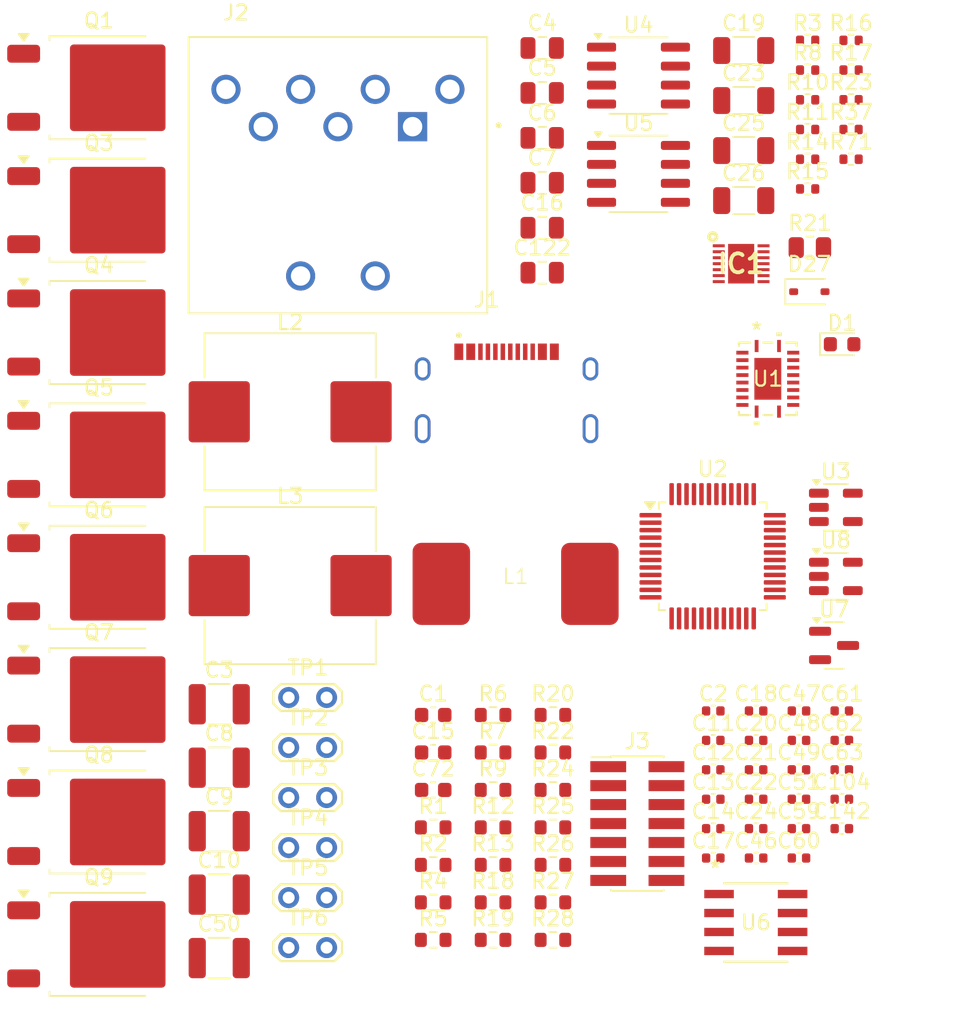
<source format=kicad_pcb>
(kicad_pcb
	(version 20241229)
	(generator "pcbnew")
	(generator_version "9.0")
	(general
		(thickness 1.6)
		(legacy_teardrops no)
	)
	(paper "A4")
	(layers
		(0 "F.Cu" signal)
		(2 "B.Cu" signal)
		(9 "F.Adhes" user "F.Adhesive")
		(11 "B.Adhes" user "B.Adhesive")
		(13 "F.Paste" user)
		(15 "B.Paste" user)
		(5 "F.SilkS" user "F.Silkscreen")
		(7 "B.SilkS" user "B.Silkscreen")
		(1 "F.Mask" user)
		(3 "B.Mask" user)
		(17 "Dwgs.User" user "User.Drawings")
		(19 "Cmts.User" user "User.Comments")
		(21 "Eco1.User" user "User.Eco1")
		(23 "Eco2.User" user "User.Eco2")
		(25 "Edge.Cuts" user)
		(27 "Margin" user)
		(31 "F.CrtYd" user "F.Courtyard")
		(29 "B.CrtYd" user "B.Courtyard")
		(35 "F.Fab" user)
		(33 "B.Fab" user)
		(39 "User.1" user)
		(41 "User.2" user)
		(43 "User.3" user)
		(45 "User.4" user)
	)
	(setup
		(pad_to_mask_clearance 0)
		(allow_soldermask_bridges_in_footprints no)
		(tenting front back)
		(pcbplotparams
			(layerselection 0x00000000_00000000_55555555_5755f5ff)
			(plot_on_all_layers_selection 0x00000000_00000000_00000000_00000000)
			(disableapertmacros no)
			(usegerberextensions no)
			(usegerberattributes yes)
			(usegerberadvancedattributes yes)
			(creategerberjobfile yes)
			(dashed_line_dash_ratio 12.000000)
			(dashed_line_gap_ratio 3.000000)
			(svgprecision 4)
			(plotframeref no)
			(mode 1)
			(useauxorigin no)
			(hpglpennumber 1)
			(hpglpenspeed 20)
			(hpglpendiameter 15.000000)
			(pdf_front_fp_property_popups yes)
			(pdf_back_fp_property_popups yes)
			(pdf_metadata yes)
			(pdf_single_document no)
			(dxfpolygonmode yes)
			(dxfimperialunits yes)
			(dxfusepcbnewfont yes)
			(psnegative no)
			(psa4output no)
			(plot_black_and_white yes)
			(sketchpadsonfab no)
			(plotpadnumbers no)
			(hidednponfab no)
			(sketchdnponfab yes)
			(crossoutdnponfab yes)
			(subtractmaskfromsilk no)
			(outputformat 1)
			(mirror no)
			(drillshape 1)
			(scaleselection 1)
			(outputdirectory "")
		)
	)
	(net 0 "")
	(net 1 "GND")
	(net 2 "V_USB")
	(net 3 "3V3")
	(net 4 "15V")
	(net 5 "5V")
	(net 6 "SW")
	(net 7 "Net-(U1-BST)")
	(net 8 "Net-(U1-EN{slash}UVLO)")
	(net 9 "Net-(U1-ILIM)")
	(net 10 "Net-(U1-FB)")
	(net 11 "Net-(C15-Pad2)")
	(net 12 "Net-(C16-Pad2)")
	(net 13 "Net-(U1-COMP)")
	(net 14 "Net-(U1-RT)")
	(net 15 "Net-(U1-SS{slash}TRK)")
	(net 16 "9VAC2")
	(net 17 "9VAC1")
	(net 18 "V_REF = 2.048 | 2.5 | 2.9")
	(net 19 "9VAC_OUT2")
	(net 20 "9VAC_OUT1")
	(net 21 "3.3V")
	(net 22 "VDDA")
	(net 23 "LV_VCC")
	(net 24 "Net-(IC1-V5V)")
	(net 25 "Net-(D1-A)")
	(net 26 "Net-(IC1-VOUT)")
	(net 27 "Net-(IC1-VSEL)")
	(net 28 "unconnected-(IC1-FLIP-Pad6)")
	(net 29 "DN")
	(net 30 "Net-(IC1-PWR_EN)")
	(net 31 "Net-(IC1-LED)")
	(net 32 "Net-(IC1-VCC)")
	(net 33 "Net-(IC1-ISEL)")
	(net 34 "DP")
	(net 35 "CC1")
	(net 36 "CC2")
	(net 37 "unconnected-(J1-SBU1-PadA8)")
	(net 38 "unconnected-(J1-SBU2-PadB8)")
	(net 39 "NRST")
	(net 40 "JTDI")
	(net 41 "VCP_TX")
	(net 42 "unconnected-(J3-NC-Pad2)")
	(net 43 "JTMS")
	(net 44 "unconnected-(J3-NC-Pad1)")
	(net 45 "unconnected-(J3-JRCLK{slash}NC-Pad9)")
	(net 46 "VCP_RX")
	(net 47 "JTDO")
	(net 48 "JCLK")
	(net 49 "Net-(Q7-D)")
	(net 50 "Net-(Q5-D)")
	(net 51 "Net-(Q1-D)")
	(net 52 "Net-(Q1-G)")
	(net 53 "Net-(Q3-G)")
	(net 54 "Net-(Q4-G)")
	(net 55 "G3")
	(net 56 "Net-(Q6-S)")
	(net 57 "G4")
	(net 58 "G1")
	(net 59 "G2")
	(net 60 "Net-(U1-HO)")
	(net 61 "Net-(U1-LO)")
	(net 62 "Net-(U1-PGOOD)")
	(net 63 "Net-(U1-SYNCIN)")
	(net 64 "Net-(U3-+)")
	(net 65 "Net-(U3--)")
	(net 66 "1.225V")
	(net 67 "9VAC_ADC_COMP")
	(net 68 "PWM_G1")
	(net 69 "PWM_G2")
	(net 70 "PWM_G4")
	(net 71 "PWM_G3")
	(net 72 "unconnected-(U1-SYNCOUT-Pad7)")
	(net 73 "unconnected-(U1-NC-Pad9)")
	(net 74 "unconnected-(U1-NC-Pad16)")
	(net 75 "unconnected-(U2-PA1-Pad9)")
	(net 76 "unconnected-(U2-PB9-Pad46)")
	(net 77 "unconnected-(U2-PC15-Pad4)")
	(net 78 "unconnected-(U2-PB3-Pad40)")
	(net 79 "unconnected-(U2-PA11-Pad33)")
	(net 80 "unconnected-(U2-PA3-Pad11)")
	(net 81 "unconnected-(U2-PB4-Pad41)")
	(net 82 "unconnected-(U2-PA9-Pad31)")
	(net 83 "unconnected-(U2-PB6-Pad43)")
	(net 84 "unconnected-(U2-PB15-Pad29)")
	(net 85 "unconnected-(U2-PB12-Pad26)")
	(net 86 "unconnected-(U2-PB0-Pad16)")
	(net 87 "unconnected-(U2-PB2-Pad18)")
	(net 88 "unconnected-(U2-PB5-Pad42)")
	(net 89 "unconnected-(U2-PA13-Pad37)")
	(net 90 "unconnected-(U2-PA2-Pad10)")
	(net 91 "unconnected-(U2-PA7-Pad15)")
	(net 92 "unconnected-(U2-PF0-Pad5)")
	(net 93 "unconnected-(U2-PG10-Pad7)")
	(net 94 "unconnected-(U2-PB11-Pad25)")
	(net 95 "unconnected-(U2-PA0-Pad8)")
	(net 96 "unconnected-(U2-PA6-Pad14)")
	(net 97 "unconnected-(U2-PB14-Pad28)")
	(net 98 "unconnected-(U2-PC13-Pad2)")
	(net 99 "unconnected-(U2-PA10-Pad32)")
	(net 100 "unconnected-(U2-PA12-Pad34)")
	(net 101 "unconnected-(U2-PA8-Pad30)")
	(net 102 "unconnected-(U2-PB8-Pad45)")
	(net 103 "unconnected-(U2-PB7-Pad44)")
	(net 104 "unconnected-(U2-PA5-Pad13)")
	(net 105 "unconnected-(U2-PA14-Pad38)")
	(net 106 "unconnected-(U2-PA15-Pad39)")
	(net 107 "unconnected-(U2-PB13-Pad27)")
	(net 108 "unconnected-(U2-PB1-Pad17)")
	(net 109 "unconnected-(U2-PF1-Pad6)")
	(net 110 "unconnected-(U2-PB10-Pad22)")
	(net 111 "unconnected-(U2-PC14-Pad3)")
	(net 112 "unconnected-(U2-PA4-Pad12)")
	(net 113 "ENABLE_DRVA")
	(net 114 "ENABLE_DRVB")
	(net 115 "unconnected-(U6-NC-Pad4)")
	(net 116 "CURRENT_COMP_ADC")
	(net 117 "unconnected-(U7-NC-Pad3)")
	(net 118 "unconnected-(U8-NC-Pad4)")
	(footprint "Capacitor_SMD:C_0402_1005Metric" (layer "F.Cu") (at 107.89 93.17))
	(footprint "Capacitor_SMD:C_0805_2012Metric" (layer "F.Cu") (at 96.43 40.89))
	(footprint "Resistor_SMD:R_0603_1608Metric" (layer "F.Cu") (at 97.15 90.58))
	(footprint "Package_TO_SOT_SMD:TO-252-2" (layer "F.Cu") (at 66.74 68.14))
	(footprint "Package_TO_SOT_SMD:SOT-23-5" (layer "F.Cu") (at 116.1 71.655))
	(footprint "Capacitor_SMD:C_0805_2012Metric" (layer "F.Cu") (at 96.43 43.9))
	(footprint "LED_SMD:LED_0603_1608Metric" (layer "F.Cu") (at 116.52 60.73))
	(footprint "Capacitor_SMD:C_0402_1005Metric" (layer "F.Cu") (at 110.76 95.14))
	(footprint "ap33771c:SON40P300X300X80-15N-D" (layer "F.Cu") (at 109.757 55.337))
	(footprint "Package_TO_SOT_SMD:TO-252-2" (layer "F.Cu") (at 66.74 76.335))
	(footprint "Resistor_SMD:R_0603_1608Metric" (layer "F.Cu") (at 89.13 100.62))
	(footprint "Capacitor_SMD:C_0402_1005Metric" (layer "F.Cu") (at 107.89 85.29))
	(footprint "Resistor_SMD:R_0402_1005Metric" (layer "F.Cu") (at 114.21 40.38))
	(footprint "Resistor_SMD:R_0603_1608Metric" (layer "F.Cu") (at 93.14 88.07))
	(footprint "Capacitor_SMD:C_0402_1005Metric" (layer "F.Cu") (at 113.63 87.26))
	(footprint "Capacitor_SMD:C_1206_3216Metric" (layer "F.Cu") (at 109.93 47.76))
	(footprint "Resistor_SMD:R_0402_1005Metric" (layer "F.Cu") (at 117.12 40.38))
	(footprint "Resistor_SMD:R_0603_1608Metric" (layer "F.Cu") (at 89.13 93.09))
	(footprint "Resistor_SMD:R_0603_1608Metric" (layer "F.Cu") (at 97.15 98.11))
	(footprint "Capacitor_SMD:C_1210_3225Metric" (layer "F.Cu") (at 74.8 101.84))
	(footprint "Resistor_SMD:R_0603_1608Metric" (layer "F.Cu") (at 97.15 95.6))
	(footprint "Capacitor_SMD:C_0402_1005Metric" (layer "F.Cu") (at 116.5 87.26))
	(footprint "TestPoint:TestPoint_2Pads_Pitch2.54mm_Drill0.8mm" (layer "F.Cu") (at 79.45 87.74))
	(footprint "Resistor_SMD:R_0402_1005Metric" (layer "F.Cu") (at 117.12 42.37))
	(footprint "Resistor_SMD:R_0402_1005Metric" (layer "F.Cu") (at 114.21 50.33))
	(footprint "TestPoint:TestPoint_2Pads_Pitch2.54mm_Drill0.8mm" (layer "F.Cu") (at 79.45 94.44))
	(footprint "Resistor_SMD:R_0402_1005Metric" (layer "F.Cu") (at 114.21 42.37))
	(footprint "Package_SO:SOIC-8_3.9x4.9mm_P1.27mm" (layer "F.Cu") (at 102.88 49.32))
	(footprint "Capacitor_SMD:C_0402_1005Metric" (layer "F.Cu") (at 110.76 87.26))
	(footprint "Resistor_SMD:R_0402_1005Metric" (layer "F.Cu") (at 117.12 44.36))
	(footprint "TestPoint:TestPoint_2Pads_Pitch2.54mm_Drill0.8mm" (layer "F.Cu") (at 79.45 97.79))
	(footprint "Capacitor_SMD:C_1210_3225Metric" (layer "F.Cu") (at 74.8 97.59))
	(footprint "Package_QFP:LQFP-48_7x7mm_P0.5mm" (layer "F.Cu") (at 107.85 74.93))
	(footprint "Capacitor_SMD:C_0402_1005Metric" (layer "F.Cu") (at 107.89 95.14))
	(footprint "GSB1C4621DS1HR:AMPHENOL_GSB1C4621DS1HR"
		(layer "F.Cu")
		(uuid "5f2f0b99-bdb4-44f5-9350-d1ea18bc2d7f")
		(at 94.045 66.385)
		(property "Reference" "J1"
			(at -1.325 -8.635 0)
			(layer "F.SilkS")
			(uuid "b5af14c5-1193-45ab-a323-1aac73f94209")
			(effects
				(font
					(size 1 1)
					(thickness 0.15)
				)
			)
		)
		(property "Value" "GSB1C4621DS1HR"
			(at 10.105 -7.135 0)
			(layer "F.Fab")
			(uuid "1518563d-eaf7-47a2-a1b7-9075ea3ed33d")
			(effects
				(font
					(size 1 1)
					(thickness 0.15)
				)
			)
		)
		(property "Datasheet" "https://cdn.amphenol-cs.com/media/wysiwyg/files/drawing/gsb1c46x1ds1hr.pdf"
			(at 0 0 0)
			(layer "F.Fab")
			(hide yes)
			(uuid "0825efd7-8dc9-4d6b-aedd-1f5f6a354022")
			(effects
				(font
					(size 1.27 1.27)
					(thickness 0.15)
				)
			)
		)
		(property "Description" "USB-C (USB TYPE-C) USB 2.0 Receptacle Connector 24 (16+8 Dummy) Position Surface Mount, Right Angle"
			(at 0 0 0)
			(layer "F.Fab")
			(hide yes)
			(uuid "83a0bbaf-b038-4887-94f2-ef5cca59c205")
			(effects
				(font
					(size 1.27 1.27)
					(thickness 0.15)
				)
			)
		)
		(property "Manufacturer" "Amphenol"
			(at 0 0 0)
			(unlocked yes)
			(layer "F.Fab")
			(hide yes)
			(uuid "c51a8103-1e24-4818-a098-e067656d46df")
			(effects
				(font
					(size 1 1)
					(thickness 0.15)
				)
			)
		)
		(property "MPN" "GSB1C4621DS1HR"
			(at 0 0 0)
			(unlocked yes)
			(layer "F.Fab")
			(hide yes)
			(uuid "f7255af6-13f9-47e9-9bc1-57938bd37b36")
			(effects
				(font
					(size 1 1)
					(thickness 0.15)
				)
			)
		)
		(path "/035b2613-4483-404d-93e4-c15dcda1555f")
		(sheetname "/")
		(sheetfile "c64psu.kicad_sch")
		(attr smd)
		(fp_poly
			(pts
				(xy -2.85 -4.55) (xy -3.55 -4.55) (xy -3.55 -5.75) (xy -2.85 -5.75)
			)
			(stroke
				(width 0.01)
				(type solid)
			)
			(fill yes)
			(layer "F.Mask")
			(uuid "4bcbb872-f308-4d22-8751-47b6437d592a")
		)
		(fp_poly
			(pts
				(xy -2.05 -4.55) (xy -2.75 -4.55) (xy -2.75 -5.75) (xy -2.05 -5.75)
			)
			(stroke
				(width 0.01)
				(type solid)
			)
			(fill yes)
			(layer "F.Mask")
			(uuid "44895f93-8eda-4275-9047-0526b6bfbe14")
		)
		(fp_poly
			(pts
				(xy -1.95 -5.75) (xy -1.55 -5.75) (xy -1.55 -4.55) (xy -1.95 -4.55)
			)
			(stroke
				(width 0.01)
				(type solid)
			)
			(fill yes)
			(layer "F.Mask")
			(uuid "2d7e71ec-04ad-4e83-8598-ec06617e76cb")
		)
		(fp_poly
			(pts
				(xy -1.45 -5.75) (xy -1.05 -5.75) (xy -1.05 -4.55) (xy -1.45 -4.55)
			)
			(stroke
				(width 0.01)
				(type solid)
			)
			(fill yes)
			(layer "F.Mask")
			(uuid "c6dbcbd8-e0b9-4310-aa8f-f8af2c1e768c")
		)
		(fp_poly
			(pts
				(xy -0.95 -5.75) (xy -0.55 -5.75) (xy -0.55 -4.55) (xy -0.95 -4.55)
			)
			(stroke
				(width 0.01)
				(type solid)
			)
			(fill yes)
			(layer "F.Mask")
			(uuid "b22df73c-315b-4e9e-92ca-d2f1821015f4")
		)
		(fp_poly
			(pts
				(xy -0.45 -5.75) (xy -0.05 -5.75) (xy -0.05 -4.55) (xy -0.45 -4.55)
			)
			(stroke
				(width 0.01)
				(type solid)
			)
			(fill yes)
			(layer "F.Mask")
			(uuid "94639909-3cb2-40ea-865f-37c7574f8574")
		)
		(fp_poly
			(pts
				(xy 0.05 -5.75) (xy 0.45 -5.75) (xy 0.45 -4.55) (xy 0.05 -4.55)
			)
			(stroke
				(width 0.01)
				(type solid)
			)
			(fill yes)
			(layer "F.Mask")
			(uuid "567ddcb1-07bb-4189-b0c4-e1e508b24b05")
		)
		(fp_poly
			(pts
				(xy 0.55 -5.75) (xy 0.95 -5.75) (xy 0.95 -4.55) (xy 0.55 -4.55)
			)
			(stroke
				(width 0.01)
				(type solid)
			)
			(fill yes)
			(layer "F.Mask")
			(uuid "2cfaa5cd-34cb-48dd-ab2c-f23b116676fb")
		)
		(fp_poly
			(pts
				(xy 1.05 -5.75) (xy 1.45 -5.75) (xy 1.45 -4.55) (xy 1.05 -4.55)
			)
			(stroke
				(width 0.01)
				(type solid)
			)
			(fill yes)
			(layer "F.Mask")
			(uuid "0b9ec047-fd88-45bc-9fbe-ac4c4eb17fda")
		)
		(fp_poly
			(pts
				(xy 1.55 -5.75) (xy 1.95 -5.75) (xy 1.95 -4.55) (xy 1.55 -4.55)
			)
			(stroke
				(width 0.01)
				(type solid)
			)
			(fill yes)
			(layer "F.Mask")
			(uuid "cf3e2e88-9763-405b-b1e5-e84fc7a149f9")
		)
		(fp_poly
			(pts
				(xy 2.05 -5.75) (xy 2.75 -5.75) (xy 2.75 -4.55) (xy 2.05 -4.55)
			)
			(stroke
				(width 0.01)
				(type solid)
			)
			(fill yes)
			(layer "F.Mask")
			(uuid "ceaa9ebc-c94c-4523-b858-0d629ab8ce31")
		)
		(fp_poly
			(pts
				(xy 2.85 -5.75) (xy 3.55 -5.75) (xy 3.55 -4.55) (xy 2.85 -4.55)
			)
			(stroke
				(width 0.01)
				(type solid)
			)
			(fill yes)
			(layer "F.Mask")
			(uuid "1cb079fe-823f-4300-9da5-549ae4d13e25")
		)
		(fp_circle
			(center -3.2 -6.25)
			(end -3.1 -6.25)
			(stroke
				(width 0.2)
				(type solid)
			)
			(fill no)
			(layer "F.SilkS")
			(uuid "5cf84760-7c90-41cb-b130-8e21611ce219")
		)
		(fp_line
			(start -4.62 -4.6)
			(end -4.62 2.1)
			(stroke
				(width 0.01)
				(type solid)
			)
			(layer "Dwgs.User")
			(uuid "196415ab-6246-4b0f-8936-50d2ce16f121")
		)
		(fp_line
			(start -4.62 2.1)
			(end 4.62 2.1)
			(stroke
				(width 0.01)
				(type solid)
			)
			(layer "Dwgs.User")
			(uuid "4a5d4790-306b-4ca7-9a3e-0cbbe41e323d")
		)
		(fp_line
			(start 3.937 -4.6)
			(end -3.937 -4.6)
			(stroke
				(width 0.01)
				(type solid)
			)
			(layer "Dwgs.User")
			(uuid "257c4a8a-1c33-48d1-85ae-9963e5d062cd")
		)
		(fp_line
			(start 4.62 2.1)
			(end 4.62 -4.6)
			(stroke
				(width 0.01)
				(type solid)
			)
			(layer "Dwgs.User")
			(uuid "54e4f992-adcf-402c-981a-360584a3dc43")
		)
		(fp_arc
			(start -4.62 -4.6)
			(mid -4.434708 -4.841479)
			(end -4.1535 -4.725)
			(stroke
				(width 0.01)
				(type solid)
			)
			(layer "Dwgs.User")
			(uuid "5e544da2-87ea-4017-9195-1037b86c17fa")
		)
		(fp_arc
			(start -3.937 -4.6)
			(mid -4.061997 -4.633495)
			(end -4.1535 -4.725)
			(stroke
				(width 0.01)
				(type solid)
			)
			(layer "Dwgs.User")
			(uuid "230ad3db-b868-4a98-a6e6-7e6372ed896c")
		)
		(fp_arc
			(start 4.1535 -4.725)
			(mid 4.061997 -4.633495)
			(end 3.937 -4.6)
			(stroke
				(width 0.01)
				(type solid)
			)
			(layer "Dwgs.User")
			(uuid "550c8420-a6ec-41de-88cc-95919dba8856")
		)
		(fp_arc
			(start 4.1535 -4.725)
			(mid 4.434708 -4.841479)
			(end 4.62 -4.6)
			(stroke
				(width 0.01)
				(type solid)
			)
			(layer "Dwgs.User")
			(uuid "69d700ab-75ff-4f8e-b395-01d3ecb6b8e5")
		)
		(fp_line
			(start -6.395 -5.95)
			(end 6.395 -5.95)
			(stroke
				(width 0.05)
				(type solid)
			)
			(layer "F.CrtYd")
			(uuid "3b9bb5b7-3347-448d-b9f8-3eef31958c84")
		)
		(fp_line
			(start -6.395 2.35)
			(end -6.395 -5.95)
			(stroke
				(width 0.05)
				(type solid)
			)
			(layer "F.CrtYd")
			(uuid "24fa0790-21c3-4404-aa45-ab3e8cc49afe")
		)
		(fp_line
			(start 6.395 -5.95)
			(end 6.395 2.35)
			(stroke
				(width 0.05)
				(type solid)
			)
			(layer "F.CrtYd")
			(uuid "2d81b7ec-3ce7-4c1c-b859-c48d8859decd")
		)
		(fp_line
			(start 6.395 2.35)
			(end -6.395 2.35)
			(stroke
				(width 0.05)
				(type solid)
			)
			(layer "F.CrtYd")
			(uuid "a0d00719-d1d3-40c8-a9fa-1a86590f2bba")
		)
		(fp_line
			(start -4.47 -4.4)
			(end 4.47 -4.4)
			(stroke
				(width 0.127)
				(type solid)
			)
			(layer "F.Fab")
			(uuid "db41ac37-99b6-4636-8454-4340aa2a076a")
		)
		(fp_line
			(start -4.47 2.1)
			(end -4.47 -4.4)
			(stroke
				(width 0.127)
				(type solid)
			)
			(layer "F.Fab")
			(uuid "54d26ace-95b1-40dd-b9dd-3694f0f6e623")
		)
		(fp_line
			(start 4.47 -4.4)
			(end 4.47 2.1)
			(stroke
				(width 0.127)
				(type s
... [367157 chars truncated]
</source>
